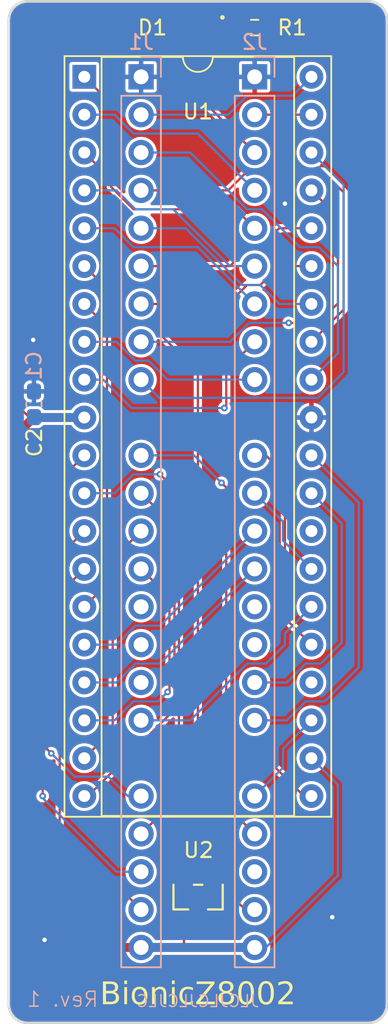
<source format=kicad_pcb>
(kicad_pcb (version 20241229) (generator "pcbnew") (generator_version "9.0")
  (title_block (title "BionicZ8002") (date "2025-12-24") (rev "1") (company "Tadashi G. Takaoka"))
  (layers (0 "F.Cu" signal) (2 "B.Cu" signal) (13 "F.Paste" user) (15 "B.Paste" user) (5 "F.SilkS" user "F.Silkscreen") (7 "B.SilkS" user "B.Silkscreen") (1 "F.Mask" user) (3 "B.Mask" user) (25 "Edge.Cuts" user))
  (net 0 "")
  (net 1 "GND")
  (net 2 "VCC")
  (net 3 "Net-(D1-K)")
  (net 4 "N{slash}~{S}")
  (net 5 "AD4")
  (net 6 "Net-(J2-P57)")
  (net 7 "AD2")
  (net 8 "ST3")
  (net 9 "~{NMI}")
  (net 11 "AD3")
  (net 14 "AD7")
  (net 15 "AD0")
  (net 16 "ST0")
  (net 17 "AD5")
  (net 18 "AD1")
  (net 19 "~{VI}")
  (net 20 "ST2")
  (net 21 "ST1")
  (net 22 "AD6")
  (net 23 "~{RESET}")
  (net 24 "~{NVI}")
  (net 25 "CLOCK")
  (net 26 "AD12")
  (net 27 "AD10")
  (net 28 "~{AS}")
  (net 29 "AD8")
  (net 31 "AD13")
  (net 32 "B{slash}~{W}")
  (net 34 "~{STOP}")
  (net 35 "AD14")
  (net 36 "AD11")
  (net 38 "~{WAIT}")
  (net 39 "AD15")
  (net 40 "AD9")
  (net 41 "~{MREQ}")
  (net 42 "R{slash}~{W}")
  (net 43 "~{DS}")
  (net 45 "Net-(U1-~{MI})")
  (footprint "bionic:DIP-40_W15.24mm_Socket" (layer "F.Cu") (at 106.08 75.08)
    (property "Reference" "U1" (at 7.62 2.3368 0) (layer "F.SilkS"))
    (property "Value" "Z8002")
    (fp_line (start -1.33 -1.39) (end -1.33 49.65) (stroke (width 0.12)) (layer "F.SilkS"))
    (fp_line (start -1.33 49.65) (end 16.57 49.65) (stroke (width 0.12)) (layer "F.SilkS"))
    (fp_line (start 1.16 -1.33) (end 1.16 49.59) (stroke (width 0.12)) (layer "F.SilkS"))
    (fp_line (start 1.16 49.59) (end 14.08 49.59) (stroke (width 0.12)) (layer "F.SilkS"))
    (fp_line (start 6.62 -1.33) (end 1.16 -1.33) (stroke (width 0.12)) (layer "F.SilkS"))
    (fp_line (start 14.08 -1.33) (end 8.62 -1.33) (stroke (width 0.12)) (layer "F.SilkS"))
    (fp_line (start 14.08 49.59) (end 14.08 -1.33) (stroke (width 0.12)) (layer "F.SilkS"))
    (fp_line (start 16.57 -1.39) (end -1.33 -1.39) (stroke (width 0.12)) (layer "F.SilkS"))
    (fp_line (start 16.57 49.65) (end 16.57 -1.39) (stroke (width 0.12)) (layer "F.SilkS"))
    (fp_arc (start 8.62 -1.33) (mid 7.62 -0.33) (end 6.62 -1.33) (stroke (width 0.12)) (layer "F.SilkS"))
    (pad "1" thru_hole rect (at 0 0) (size 1.6 1.6) (drill 0.8) (layers "*.Cu" "*.Mask") (net 40 "AD9"))
    (pad "2" thru_hole oval (at 0 2.54) (size 1.6 1.6) (drill 0.8) (layers "*.Cu" "*.Mask") (net 27 "AD10"))
    (pad "3" thru_hole oval (at 0 5.08) (size 1.6 1.6) (drill 0.8) (layers "*.Cu" "*.Mask") (net 36 "AD11"))
    (pad "4" thru_hole oval (at 0 7.62) (size 1.6 1.6) (drill 0.8) (layers "*.Cu" "*.Mask") (net 26 "AD12"))
    (pad "5" thru_hole oval (at 0 10.16) (size 1.6 1.6) (drill 0.8) (layers "*.Cu" "*.Mask") (net 31 "AD13"))
    (pad "6" thru_hole oval (at 0 12.7) (size 1.6 1.6) (drill 0.8) (layers "*.Cu" "*.Mask") (net 34 "~{STOP}"))
    (pad "7" thru_hole oval (at 0 15.24) (size 1.6 1.6) (drill 0.8) (layers "*.Cu" "*.Mask") (net 45 "Net-(U1-~{MI})"))
    (pad "8" thru_hole oval (at 0 17.78) (size 1.6 1.6) (drill 0.8) (layers "*.Cu" "*.Mask") (net 39 "AD15"))
    (pad "9" thru_hole oval (at 0 20.32) (size 1.6 1.6) (drill 0.8) (layers "*.Cu" "*.Mask") (net 35 "AD14"))
    (pad "10" thru_hole oval (at 0 22.86) (size 1.6 1.6) (drill 0.8) (layers "*.Cu" "*.Mask") (net 2 "VCC"))
    (pad "11" thru_hole oval (at 0 25.4) (size 1.6 1.6) (drill 0.8) (layers "*.Cu" "*.Mask") (net 19 "~{VI}"))
    (pad "12" thru_hole oval (at 0 27.94) (size 1.6 1.6) (drill 0.8) (layers "*.Cu" "*.Mask") (net 24 "~{NVI}"))
    (pad "13" thru_hole oval (at 0 30.48) (size 1.6 1.6) (drill 0.8) (layers "*.Cu" "*.Mask") (net 9 "~{NMI}"))
    (pad "14" thru_hole oval (at 0 33.02) (size 1.6 1.6) (drill 0.8) (layers "*.Cu" "*.Mask") (net 23 "~{RESET}"))
    (pad "15" thru_hole oval (at 0 35.56) (size 1.6 1.6) (drill 0.8) (layers "*.Cu" "*.Mask") (net 45 "Net-(U1-~{MI})"))
    (pad "16" thru_hole oval (at 0 38.1) (size 1.6 1.6) (drill 0.8) (layers "*.Cu" "*.Mask") (net 41 "~{MREQ}"))
    (pad "17" thru_hole oval (at 0 40.64) (size 1.6 1.6) (drill 0.8) (layers "*.Cu" "*.Mask") (net 43 "~{DS}"))
    (pad "18" thru_hole oval (at 0 43.18) (size 1.6 1.6) (drill 0.8) (layers "*.Cu" "*.Mask") (net 8 "ST3"))
    (pad "19" thru_hole oval (at 0 45.72) (size 1.6 1.6) (drill 0.8) (layers "*.Cu" "*.Mask") (net 20 "ST2"))
    (pad "20" thru_hole oval (at 0 48.26) (size 1.6 1.6) (drill 0.8) (layers "*.Cu" "*.Mask") (net 21 "ST1"))
    (pad "21" thru_hole oval (at 15.24 48.26) (size 1.6 1.6) (drill 0.8) (layers "*.Cu" "*.Mask") (net 16 "ST0"))
    (pad "22" thru_hole oval (at 15.24 45.72) (size 1.6 1.6) (drill 0.8) (layers "*.Cu" "*.Mask") (net 2 "VCC"))
    (pad "23" thru_hole oval (at 15.24 43.18) (size 1.6 1.6) (drill 0.8) (layers "*.Cu" "*.Mask") (net 38 "~{WAIT}"))
    (pad "24" thru_hole oval (at 15.24 40.64) (size 1.6 1.6) (drill 0.8) (layers "*.Cu" "*.Mask"))
    (pad "25" thru_hole oval (at 15.24 38.1) (size 1.6 1.6) (drill 0.8) (layers "*.Cu" "*.Mask") (net 42 "R{slash}~{W}"))
    (pad "26" thru_hole oval (at 15.24 35.56) (size 1.6 1.6) (drill 0.8) (layers "*.Cu" "*.Mask") (net 4 "N{slash}~{S}"))
    (pad "27" thru_hole oval (at 15.24 33.02) (size 1.6 1.6) (drill 0.8) (layers "*.Cu" "*.Mask") (net 32 "B{slash}~{W}"))
    (pad "28" thru_hole oval (at 15.24 30.48) (size 1.6 1.6) (drill 0.8) (layers "*.Cu" "*.Mask"))
    (pad "29" thru_hole oval (at 15.24 27.94) (size 1.6 1.6) (drill 0.8) (layers "*.Cu" "*.Mask") (net 28 "~{AS}"))
    (pad "30" thru_hole oval (at 15.24 25.4) (size 1.6 1.6) (drill 0.8) (layers "*.Cu" "*.Mask") (net 25 "CLOCK"))
    (pad "31" thru_hole oval (at 15.24 22.86) (size 1.6 1.6) (drill 0.8) (layers "*.Cu" "*.Mask") (net 1 "GND"))
    (pad "32" thru_hole oval (at 15.24 20.32) (size 1.6 1.6) (drill 0.8) (layers "*.Cu" "*.Mask") (net 18 "AD1"))
    (pad "33" thru_hole oval (at 15.24 17.78) (size 1.6 1.6) (drill 0.8) (layers "*.Cu" "*.Mask") (net 7 "AD2"))
    (pad "34" thru_hole oval (at 15.24 15.24) (size 1.6 1.6) (drill 0.8) (layers "*.Cu" "*.Mask") (net 11 "AD3"))
    (pad "35" thru_hole oval (at 15.24 12.7) (size 1.6 1.6) (drill 0.8) (layers "*.Cu" "*.Mask") (net 17 "AD5"))
    (pad "36" thru_hole oval (at 15.24 10.16) (size 1.6 1.6) (drill 0.8) (layers "*.Cu" "*.Mask") (net 5 "AD4"))
    (pad "37" thru_hole oval (at 15.24 7.62) (size 1.6 1.6) (drill 0.8) (layers "*.Cu" "*.Mask") (net 22 "AD6"))
    (pad "38" thru_hole oval (at 15.24 5.08) (size 1.6 1.6) (drill 0.8) (layers "*.Cu" "*.Mask") (net 14 "AD7"))
    (pad "39" thru_hole oval (at 15.24 2.54) (size 1.6 1.6) (drill 0.8) (layers "*.Cu" "*.Mask") (net 29 "AD8"))
    (pad "40" thru_hole oval (at 15.24 0) (size 1.6 1.6) (drill 0.8) (layers "*.Cu" "*.Mask") (net 15 "AD0"))
  )
  (footprint "Capacitor_SMD:C_0603_1608Metric_Pad1.08x0.95mm_HandSolder" (layer "F.Cu") (at 102.7018 97.0521 90)
    (property "Reference" "C2" (at -2.5665 0.0254 90) (layer "F.SilkS"))
    (property "Value" "2.2u")
    (fp_line (start -0.146267 -0.51) (end 0.146267 -0.51) (stroke (width 0.12)) (layer "F.SilkS"))
    (fp_line (start -0.146267 0.51) (end 0.146267 0.51) (stroke (width 0.12)) (layer "F.SilkS"))
    (pad "1" smd roundrect (at -0.8625 0 90) (size 1.075 0.95) (layers "F.Cu" "F.Mask" "F.Paste") (net 2 "VCC"))
    (pad "2" smd roundrect (at 0.8625 0 90) (size 1.075 0.95) (layers "F.Cu" "F.Mask" "F.Paste") (net 1 "GND"))
  )
  (footprint "rhom:LED_CSL1901UW1_ROM-M" (layer "F.Cu") (at 113.7 71.778 180)
    (property "Reference" "D1" (at 3.048 0 0) (layer "F.SilkS"))
    (property "Value" "CSL1901UW1")
    (fp_circle (center -1.651 0.6858) (end -1.5748 0.6858) (stroke (width 0.1524)) (fill no) (layer "F.SilkS"))
    (pad "1" smd rect (at -0.8763 0 180) (size 0.9652 0.762) (layers "F.Cu" "F.Mask" "F.Paste") (net 3 "Net-(D1-K)"))
    (pad "2" smd rect (at 0.8763 0 180) (size 0.9652 0.762) (layers "F.Cu" "F.Mask" "F.Paste") (net 2 "VCC"))
    (zone (net 0) (net_name "") (layer "F.Cu") (connect_pads (clearance 0)) (min_thickness 0.254)
      (keepout (tracks not_allowed) (vias not_allowed) (pads allowed) (copperpour not_allowed) (footprints allowed))
      (fill (thermal_gap 0.508) (thermal_bridge_width 0.508))
      (polygon (pts (xy 114.0429 72.1336) (xy 113.3571 72.1336) (xy 113.3571 71.4224) (xy 114.0429 71.4224)))
    )
  )
  (footprint "Resistor_SMD:R_0603_1608Metric_Pad0.98x0.95mm_HandSolder" (layer "F.Cu") (at 117.51 71.778)
    (property "Reference" "R1" (at 2.5127 0 0) (layer "F.SilkS"))
    (property "Value" "1.6k")
    (fp_line (start -0.254724 -0.5225) (end 0.254724 -0.5225) (stroke (width 0.12)) (layer "F.SilkS"))
    (fp_line (start -0.254724 0.5225) (end 0.254724 0.5225) (stroke (width 0.12)) (layer "F.SilkS"))
    (pad "1" smd roundrect (at -0.9125 0) (size 0.975 0.95) (layers "F.Cu" "F.Mask" "F.Paste") (net 3 "Net-(D1-K)"))
    (pad "2" smd roundrect (at 0.9125 0) (size 0.975 0.95) (layers "F.Cu" "F.Mask" "F.Paste") (net 1 "GND"))
  )
  (footprint "microchip:SOT-23_MC_MCH-M" (layer "F.Cu") (at 113.7152 130.121 180)
    (property "Reference" "U2" (at -0.0254 3.1496 0) (layer "F.SilkS"))
    (property "Value" "11AA010-I/TT")
    (fp_line (start 1.652 0.827) (end 1.652 -0.827) (stroke (width 0.1524)) (layer "F.SilkS"))
    (fp_line (start 1.652 -0.827) (end 0.66294 -0.827) (stroke (width 0.1524)) (layer "F.SilkS"))
    (fp_line (start -0.287061 0.827) (end 0.287061 0.827) (stroke (width 0.1524)) (layer "F.SilkS"))
    (fp_line (start -0.66294 -0.827) (end -1.652 -0.827) (stroke (width 0.1524)) (layer "F.SilkS"))
    (fp_line (start -1.652 -0.827) (end -1.652 0.827) (stroke (width 0.1524)) (layer "F.SilkS"))
    (pad "1" smd rect (at -0.950001 1.066 180) (size 0.6604 1.6256) (layers "F.Cu" "F.Mask" "F.Paste") (net 6 "Net-(J2-P57)"))
    (pad "2" smd rect (at 0.950001 1.066 180) (size 0.6604 1.6256) (layers "F.Cu" "F.Mask" "F.Paste") (net 2 "VCC"))
    (pad "3" smd rect (at 0 -1.066 180) (size 0.6604 1.6256) (layers "F.Cu" "F.Mask" "F.Paste") (net 1 "GND"))
  )
  (footprint "Capacitor_SMD:C_0603_1608Metric_Pad1.08x0.95mm_HandSolder" (layer "B.Cu") (at 102.7018 97.0521 90)
    (property "Reference" "C1" (at 2.5908 0 90) (layer "B.SilkS") (effects (justify mirror)))
    (property "Value" "0.1u")
    (fp_line (start 0.146267 -0.51) (end -0.146267 -0.51) (stroke (width 0.12)) (layer "B.SilkS"))
    (fp_line (start 0.146267 0.51) (end -0.146267 0.51) (stroke (width 0.12)) (layer "B.SilkS"))
    (pad "1" smd roundrect (at -0.8625 0 90) (size 1.075 0.95) (layers "B.Cu" "B.Mask" "B.Paste") (net 2 "VCC"))
    (pad "2" smd roundrect (at 0.8625 0 90) (size 1.075 0.95) (layers "B.Cu" "B.Mask" "B.Paste") (net 1 "GND"))
  )
  (footprint "bionic:Bionic-P245_THT" (layer "B.Cu") (at 117.51 75.08 180)
    (property "Reference" "J2" (at 0 2.33 0) (layer "B.SilkS") (effects (justify mirror)))
    (property "Value" "Bionic-P245")
    (fp_line (start 1.33 -1.27) (end 1.33 -59.75) (stroke (width 0.12)) (layer "B.SilkS"))
    (fp_line (start -1.33 1.33) (end 0 1.33) (stroke (width 0.12)) (layer "B.SilkS"))
    (fp_line (start -1.33 0) (end -1.33 1.33) (stroke (width 0.12)) (layer "B.SilkS"))
    (fp_line (start -1.33 -1.27) (end 1.33 -1.27) (stroke (width 0.12)) (layer "B.SilkS"))
    (fp_line (start -1.33 -1.27) (end -1.33 -59.75) (stroke (width 0.12)) (layer "B.SilkS"))
    (fp_line (start -1.33 -59.75) (end 1.33 -59.75) (stroke (width 0.12)) (layer "B.SilkS"))
    (pad "25" thru_hole oval (at 0 -58.42 180) (size 1.7 1.7) (drill 1) (layers "*.Cu" "*.Mask") (net 2 "VCC"))
    (pad "26" thru_hole oval (at 0 -55.88 180) (size 1.7 1.7) (drill 1) (layers "*.Cu" "*.Mask") (net 6 "Net-(J2-P57)"))
    (pad "27" thru_hole oval (at 0 -53.34 180) (size 1.7 1.7) (drill 1) (layers "*.Cu" "*.Mask"))
    (pad "28" thru_hole oval (at 0 -50.8 180) (size 1.7 1.7) (drill 1) (layers "*.Cu" "*.Mask") (net 34 "~{STOP}"))
    (pad "29" thru_hole oval (at 0 -48.26 180) (size 1.7 1.7) (drill 1) (layers "*.Cu" "*.Mask") (net 38 "~{WAIT}"))
    (pad "31" thru_hole oval (at 0 -43.18 180) (size 1.7 1.7) (drill 1) (layers "*.Cu" "*.Mask") (net 25 "CLOCK"))
    (pad "32" thru_hole oval (at 0 -40.64 180) (size 1.7 1.7) (drill 1) (layers "*.Cu" "*.Mask") (net 28 "~{AS}"))
    (pad "33" thru_hole oval (at 0 -38.1 180) (size 1.7 1.7) (drill 1) (layers "*.Cu" "*.Mask"))
    (pad "34" thru_hole oval (at 0 -35.56 180) (size 1.7 1.7) (drill 1) (layers "*.Cu" "*.Mask"))
    (pad "35" thru_hole oval (at 0 -33.02 180) (size 1.7 1.7) (drill 1) (layers "*.Cu" "*.Mask") (net 43 "~{DS}"))
    (pad "36" thru_hole oval (at 0 -30.48 180) (size 1.7 1.7) (drill 1) (layers "*.Cu" "*.Mask") (net 41 "~{MREQ}"))
    (pad "37" thru_hole oval (at 0 -27.94 180) (size 1.7 1.7) (drill 1) (layers "*.Cu" "*.Mask") (net 32 "B{slash}~{W}"))
    (pad "38" thru_hole oval (at 0 -25.4 180) (size 1.7 1.7) (drill 1) (layers "*.Cu" "*.Mask") (net 42 "R{slash}~{W}"))
    (pad "40" thru_hole oval (at 0 -20.32 180) (size 1.7 1.7) (drill 1) (layers "*.Cu" "*.Mask") (net 39 "AD15"))
    (pad "41" thru_hole oval (at 0 -17.78 180) (size 1.7 1.7) (drill 1) (layers "*.Cu" "*.Mask") (net 35 "AD14"))
    (pad "42" thru_hole oval (at 0 -15.24 180) (size 1.7 1.7) (drill 1) (layers "*.Cu" "*.Mask") (net 31 "AD13"))
    (pad "43" thru_hole oval (at 0 -12.7 180) (size 1.7 1.7) (drill 1) (layers "*.Cu" "*.Mask") (net 26 "AD12"))
    (pad "44" thru_hole oval (at 0 -10.16 180) (size 1.7 1.7) (drill 1) (layers "*.Cu" "*.Mask") (net 36 "AD11"))
    (pad "45" thru_hole oval (at 0 -7.62 180) (size 1.7 1.7) (drill 1) (layers "*.Cu" "*.Mask") (net 27 "AD10"))
    (pad "46" thru_hole oval (at 0 -5.08 180) (size 1.7 1.7) (drill 1) (layers "*.Cu" "*.Mask") (net 40 "AD9"))
    (pad "47" thru_hole oval (at 0 -2.54 180) (size 1.7 1.7) (drill 1) (layers "*.Cu" "*.Mask") (net 29 "AD8"))
    (pad "48" thru_hole rect (at 0 0 180) (size 1.7 1.7) (drill 1) (layers "*.Cu" "*.Mask") (net 1 "GND"))
  )
  (footprint "bionic:Bionic-P135_THT" (layer "B.Cu") (at 109.89 75.08 180)
    (property "Reference" "J1" (at 0 2.33 0) (layer "B.SilkS") (effects (justify mirror)))
    (property "Value" "Bionic-P135")
    (fp_line (start 1.33 -1.27) (end 1.33 -59.75) (stroke (width 0.12)) (layer "B.SilkS"))
    (fp_line (start -1.33 1.33) (end 0 1.33) (stroke (width 0.12)) (layer "B.SilkS"))
    (fp_line (start -1.33 0) (end -1.33 1.33) (stroke (width 0.12)) (layer "B.SilkS"))
    (fp_line (start -1.33 -1.27) (end 1.33 -1.27) (stroke (width 0.12)) (layer "B.SilkS"))
    (fp_line (start -1.33 -1.27) (end -1.33 -59.75) (stroke (width 0.12)) (layer "B.SilkS"))
    (fp_line (start -1.33 -59.75) (end 1.33 -59.75) (stroke (width 0.12)) (layer "B.SilkS"))
    (pad "1" thru_hole rect (at 0 0 180) (size 1.7 1.7) (drill 1) (layers "*.Cu" "*.Mask") (net 1 "GND"))
    (pad "2" thru_hole oval (at 0 -2.54 180) (size 1.7 1.7) (drill 1) (layers "*.Cu" "*.Mask") (net 15 "AD0"))
    (pad "3" thru_hole oval (at 0 -5.08 180) (size 1.7 1.7) (drill 1) (layers "*.Cu" "*.Mask") (net 18 "AD1"))
    (pad "4" thru_hole oval (at 0 -7.62 180) (size 1.7 1.7) (drill 1) (layers "*.Cu" "*.Mask") (net 7 "AD2"))
    (pad "5" thru_hole oval (at 0 -10.16 180) (size 1.7 1.7) (drill 1) (layers "*.Cu" "*.Mask") (net 11 "AD3"))
    (pad "6" thru_hole oval (at 0 -12.7 180) (size 1.7 1.7) (drill 1) (layers "*.Cu" "*.Mask") (net 5 "AD4"))
    (pad "7" thru_hole oval (at 0 -15.24 180) (size 1.7 1.7) (drill 1) (layers "*.Cu" "*.Mask") (net 17 "AD5"))
    (pad "8" thru_hole oval (at 0 -17.78 180) (size 1.7 1.7) (drill 1) (layers "*.Cu" "*.Mask") (net 22 "AD6"))
    (pad "9" thru_hole oval (at 0 -20.32 180) (size 1.7 1.7) (drill 1) (layers "*.Cu" "*.Mask") (net 14 "AD7"))
    (pad "11" thru_hole oval (at 0 -25.4 180) (size 1.7 1.7) (drill 1) (layers "*.Cu" "*.Mask") (net 16 "ST0"))
    (pad "12" thru_hole oval (at 0 -27.94 180) (size 1.7 1.7) (drill 1) (layers "*.Cu" "*.Mask") (net 21 "ST1"))
    (pad "13" thru_hole oval (at 0 -30.48 180) (size 1.7 1.7) (drill 1) (layers "*.Cu" "*.Mask") (net 20 "ST2"))
    (pad "14" thru_hole oval (at 0 -33.02 180) (size 1.7 1.7) (drill 1) (layers "*.Cu" "*.Mask") (net 8 "ST3"))
    (pad "15" thru_hole oval (at 0 -35.56 180) (size 1.7 1.7) (drill 1) (layers "*.Cu" "*.Mask"))
    (pad "16" thru_hole oval (at 0 -38.1 180) (size 1.7 1.7) (drill 1) (layers "*.Cu" "*.Mask"))
    (pad "17" thru_hole oval (at 0 -40.64 180) (size 1.7 1.7) (drill 1) (layers "*.Cu" "*.Mask"))
    (pad "18" thru_hole oval (at 0 -43.18 180) (size 1.7 1.7) (drill 1) (layers "*.Cu" "*.Mask") (net 4 "N{slash}~{S}"))
    (pad "20" thru_hole oval (at 0 -48.26 180) (size 1.7 1.7) (drill 1) (layers "*.Cu" "*.Mask") (net 9 "~{NMI}"))
    (pad "21" thru_hole oval (at 0 -50.8 180) (size 1.7 1.7) (drill 1) (layers "*.Cu" "*.Mask") (net 24 "~{NVI}"))
    (pad "22" thru_hole oval (at 0 -53.34 180) (size 1.7 1.7) (drill 1) (layers "*.Cu" "*.Mask") (net 19 "~{VI}"))
    (pad "23" thru_hole oval (at 0 -55.88 180) (size 1.7 1.7) (drill 1) (layers "*.Cu" "*.Mask") (net 23 "~{RESET}"))
    (pad "24" thru_hole oval (at 0 -58.42 180) (size 1.7 1.7) (drill 1) (layers "*.Cu" "*.Mask") (net 2 "VCC"))
  )
  (gr_arc (start 125.13 70) (mid 126.028026 70.371974) (end 126.4 71.27) (stroke (width 0.15)) (layer "Edge.Cuts"))
  (gr_arc (start 126.4 137.31) (mid 126.028026 138.208026) (end 125.13 138.58) (stroke (width 0.15)) (layer "Edge.Cuts"))
  (gr_arc (start 101 71.27) (mid 101.371974 70.371974) (end 102.27 70) (stroke (width 0.15)) (layer "Edge.Cuts"))
  (gr_line (start 126.4 71.27) (end 126.4 137.31) (stroke (width 0.15)) (layer "Edge.Cuts"))
  (gr_arc (start 102.27 138.58) (mid 101.371974 138.208026) (end 101 137.31) (stroke (width 0.15)) (layer "Edge.Cuts"))
  (gr_line (start 125.13 138.58) (end 102.27 138.58) (stroke (width 0.15)) (layer "Edge.Cuts"))
  (gr_line (start 101 137.31) (end 101 71.27) (stroke (width 0.15)) (layer "Edge.Cuts"))
  (gr_line (start 102.27 70) (end 125.13 70) (stroke (width 0.15)) (layer "Edge.Cuts"))
  (gr_text "BionicZ8002" (at 113.7 137.564 0) (layer "F.SilkS") (effects (font (size 1.5 1.5)) (justify bottom)))
  (gr_text "Rev. 1" (at 107.096 137.564 -0) (layer "B.SilkS") (effects (font (size 1 1) (thickness 0.1)) (justify left bottom mirror)))
  (gr_text "JLCJLCJLCJLC" (at 113.7 137.564 -0) (layer "B.SilkS") (effects (font (size 0.8 0.8) (thickness 0.1)) (justify bottom mirror)))
  (via (at 102.651 92.733) (size 0.6) (drill 0.3) (layers "F.Cu" "B.Cu") (net 1))
  (via (at 103.413 132.992) (size 0.6) (drill 0.3) (layers "F.Cu" "B.Cu") (net 1))
  (via (at 122.717 131.468) (size 0.6) (drill 0.3) (layers "F.Cu" "B.Cu") (net 1))
  (via (at 119.542 83.589) (size 0.6) (drill 0.3) (layers "F.Cu" "B.Cu") (net 1))
  (segment (start 101.838 97.3812) (end 102.372 97.9146) (width 0.15) (layer "F.Cu") (net 2))
  (segment (start 109.9108 133.5) (end 109.89 133.5) (width 0.6) (layer "F.Cu") (net 2))
  (segment (start 112.735 133.5) (end 109.89 133.5) (width 0.6) (layer "F.Cu") (net 2))
  (segment (start 107.35 133.5) (end 102.0668 128.2168) (width 0.6) (layer "F.Cu") (net 2))
  (segment (start 112.7652 129.055) (end 112.765 129.055) (width 0.6) (layer "F.Cu") (net 2))
  (segment (start 102.0668 98.5496) (end 102.6764 97.94) (width 0.6) (layer "F.Cu") (net 2))
  (segment (start 102.7018 97.9146) (end 102.702 97.9146) (width 0.15) (layer "F.Cu") (net 2))
  (segment (start 112.765199 129.055) (end 112.765199 133.469801) (width 0.15) (layer "F.Cu") (net 2))
  (segment (start 101.635 97.1782) (end 101.838 97.3812) (width 0.15) (layer "F.Cu") (net 2))
  (segment (start 102.6764 97.94) (end 106.08 97.94) (width 0.6) (layer "F.Cu") (net 2))
  (segment (start 112.8237 71.778) (end 104.454 71.778) (width 0.15) (layer "F.Cu") (net 2))
  (segment (start 117.51 133.5) (end 112.735 133.5) (width 0.6) (layer "F.Cu") (net 2))
  (segment (start 104.454 71.778) (end 101.838 74.3942) (width 0.15) (layer "F.Cu") (net 2))
  (segment (start 109.89 133.5) (end 107.35 133.5) (width 0.6) (layer "F.Cu") (net 2))
  (segment (start 102.372 97.9146) (end 102.7018 97.9146) (width 0.15) (layer "F.Cu") (net 2))
  (segment (start 101.635 74.5972) (end 101.635 97.1782) (width 0.15) (layer "F.Cu") (net 2))
  (segment (start 102.0668 128.2168) (end 102.0668 98.5496) (width 0.6) (layer "F.Cu") (net 2))
  (segment (start 112.765199 133.469801) (end 112.735 133.5) (width 0.15) (layer "F.Cu") (net 2))
  (segment (start 112.824 71.778) (end 112.8237 71.778) (width 0.15) (layer "F.Cu") (net 2))
  (segment (start 102.7272 97.94) (end 102.7018 97.9146) (width 0.15) (layer "F.Cu") (net 2))
  (segment (start 101.838 74.3942) (end 101.635 74.5972) (width 0.15) (layer "F.Cu") (net 2))
  (segment (start 117.4846 133.5) (end 109.9108 133.5) (width 0.6) (layer "B.Cu") (net 2))
  (segment (start 106.08 97.94) (end 103.135 97.94) (width 0.6) (layer "B.Cu") (net 2))
  (segment (start 102.7018 97.9146) (end 103.1097 97.9146) (width 0.6) (layer "B.Cu") (net 2))
  (segment (start 123.098 128.674) (end 118.272 133.5) (width 0.15) (layer "B.Cu") (net 2))
  (segment (start 103.135 97.94) (end 103.134 97.9389) (width 0.6) (layer "B.Cu") (net 2))
  (segment (start 121.32 120.8) (end 123.098 122.578) (width 0.15) (layer "B.Cu") (net 2))
  (segment (start 103.1097 97.9146) (end 103.134 97.9389) (width 0.6) (layer "B.Cu") (net 2))
  (segment (start 102.7018 97.9146) (end 102.702 97.9146) (width 0.6) (layer "B.Cu") (net 2))
  (segment (start 123.098 122.578) (end 123.098 128.674) (width 0.15) (layer "B.Cu") (net 2))
  (segment (start 118.272 133.5) (end 117.4846 133.5) (width 0.15) (layer "B.Cu") (net 2))
  (segment (start 114.5763 71.778) (end 116.5975 71.778) (width 0.15) (layer "F.Cu") (net 3))
  (segment (start 121.32 110.64) (end 119.542 112.418) (width 0.15) (layer "B.Cu") (net 4))
  (segment (start 117.002 114.45) (end 113.192 118.26) (width 0.15) (layer "B.Cu") (net 4))
  (segment (start 119.542 112.418) (end 119.542 113.18) (width 0.15) (layer "B.Cu") (net 4))
  (segment (start 119.542 113.18) (end 118.272 114.45) (width 0.15) (layer "B.Cu") (net 4))
  (segment (start 118.272 114.45) (end 117.002 114.45) (width 0.15) (layer "B.Cu") (net 4))
  (segment (start 113.192 118.26) (end 109.89 118.26) (width 0.15) (layer "B.Cu") (net 4))
  (segment (start 121.32 85.24) (end 119.161 85.24) (width 0.15) (layer "F.Cu") (net 5))
  (segment (start 119.161 85.24) (end 117.891 86.51) (width 0.15) (layer "F.Cu") (net 5))
  (segment (start 117.891 86.51) (end 117.129 86.51) (width 0.15) (layer "F.Cu") (net 5))
  (segment (start 117.129 86.51) (end 115.859 87.78) (width 0.15) (layer "F.Cu") (net 5))
  (segment (start 115.859 87.78) (end 109.89 87.78) (width 0.15) (layer "F.Cu") (net 5))
  (segment (start 117.51 130.96) (end 116.875 130.96) (width 0.15) (layer "F.Cu") (net 6))
  (segment (start 114.97 129.055) (end 114.6652 129.055) (width 0.15) (layer "F.Cu") (net 6))
  (segment (start 116.875 130.96) (end 114.97 129.055) (width 0.15) (layer "F.Cu") (net 6))
  (segment (start 115.732 82.7) (end 117.002 81.43) (width 0.15) (layer "F.Cu") (net 7))
  (segment (start 109.89 82.7) (end 115.732 82.7) (width 0.15) (layer "F.Cu") (net 7))
  (segment (start 123.479 82.827) (end 123.479 90.701) (width 0.15) (layer "F.Cu") (net 7))
  (segment (start 122.082 81.43) (end 123.479 82.827) (width 0.15) (layer "F.Cu") (net 7))
  (segment (start 117.002 81.43) (end 122.082 81.43) (width 0.15) (layer "F.Cu") (net 7))
  (segment (start 123.479 90.701) (end 121.32 92.86) (width 0.15) (layer "F.Cu") (net 7))
  (segment (start 111.668 116.355) (end 111.795 116.228) (width 0.15) (layer "F.Cu") (net 8))
  (segment (start 111.795 110.005) (end 109.89 108.1) (width 0.15) (layer "F.Cu") (net 8))
  (segment (start 111.795 116.228) (end 111.795 110.005) (width 0.15) (layer "F.Cu") (net 8))
  (via (at 111.668 116.355) (size 0.45) (drill 0.2) (layers "F.Cu" "B.Cu") (net 8))
  (segment (start 108.112 118.26) (end 106.08 118.26) (width 0.15) (layer "B.Cu") (net 8))
  (segment (start 111.033 116.99) (end 109.382 116.99) (width 0.15) (layer "B.Cu") (net 8))
  (segment (start 111.668 116.355) (end 111.033 116.99) (width 0.15) (layer "B.Cu") (net 8))
  (segment (start 109.382 116.99) (end 108.112 118.26) (width 0.15) (layer "B.Cu") (net 8))
  (segment (start 103.587 120.1948) (end 103.587 108.053) (width 0.15) (layer "F.Cu") (net 9))
  (segment (start 103.587 108.053) (end 106.08 105.56) (width 0.15) (layer "F.Cu") (net 9))
  (segment (start 103.8661 120.4739) (end 103.587 120.1948) (width 0.15) (layer "F.Cu") (net 9))
  (via (at 103.8661 120.4739) (size 0.45) (drill 0.2) (layers "F.Cu" "B.Cu") (net 9))
  (segment (start 109.001 123.34) (end 109.89 123.34) (width 0.15) (layer "B.Cu") (net 9))
  (segment (start 105.4312 122.039) (end 107.7 122.039) (width 0.15) (layer "B.Cu") (net 9))
  (segment (start 107.7 122.039) (end 109.001 123.34) (width 0.15) (layer "B.Cu") (net 9))
  (segment (start 103.8661 120.4739) (end 105.4312 122.039) (width 0.15) (layer "B.Cu") (net 9))
  (segment (start 117.891 89.05) (end 116.6845 89.05) (width 0.15) (layer "B.Cu") (net 11))
  (segment (start 112.8745 85.24) (end 109.89 85.24) (width 0.15) (layer "B.Cu") (net 11))
  (segment (start 119.161 90.32) (end 117.891 89.05) (width 0.15) (layer "B.Cu") (net 11))
  (segment (start 121.32 90.32) (end 119.161 90.32) (width 0.15) (layer "B.Cu") (net 11))
  (segment (start 116.6845 89.05) (end 112.8745 85.24) (width 0.15) (layer "B.Cu") (net 11))
  (segment (start 123.479 94.892) (end 121.748 96.623) (width 0.15) (layer "B.Cu") (net 14))
  (segment (start 121.748 96.623) (end 111.113 96.623) (width 0.15) (layer "B.Cu") (net 14))
  (segment (start 121.32 80.16) (end 123.479 82.319) (width 0.15) (layer "B.Cu") (net 14))
  (segment (start 123.479 82.319) (end 123.479 94.892) (width 0.15) (layer "B.Cu") (net 14))
  (segment (start 111.113 96.623) (end 109.89 95.4) (width 0.15) (layer "B.Cu") (net 14))
  (segment (start 120.05 76.35) (end 117.002 76.35) (width 0.15) (layer "B.Cu") (net 15))
  (segment (start 121.32 75.08) (end 120.05 76.35) (width 0.15) (layer "B.Cu") (net 15))
  (segment (start 115.732 77.62) (end 109.89 77.62) (width 0.15) (layer "B.Cu") (net 15))
  (segment (start 117.002 76.35) (end 115.732 77.62) (width 0.15) (layer "B.Cu") (net 15))
  (segment (start 120.812 123.34) (end 121.32 123.34) (width 0.15) (layer "F.Cu") (net 16))
  (segment (start 115.605 118.133) (end 120.812 123.34) (width 0.15) (layer "F.Cu") (net 16))
  (segment (start 115.2875 102.3215) (end 115.605 102.639) (width 0.15) (layer "F.Cu") (net 16))
  (segment (start 115.605 102.639) (end 115.605 118.133) (width 0.15) (layer "F.Cu") (net 16))
  (via (at 115.2875 102.3215) (size 0.45) (drill 0.2) (layers "F.Cu" "B.Cu") (net 16))
  (segment (start 113.446 100.48) (end 109.89 100.48) (width 0.15) (layer "B.Cu") (net 16))
  (segment (start 115.2875 102.3215) (end 113.446 100.48) (width 0.15) (layer "B.Cu") (net 16))
  (segment (start 121.32 87.78) (end 119.161 87.78) (width 0.15) (layer "F.Cu") (net 17))
  (segment (start 115.732 90.32) (end 109.89 90.32) (width 0.15) (layer "F.Cu") (net 17))
  (segment (start 117.002 89.05) (end 115.732 90.32) (width 0.15) (layer "F.Cu") (net 17))
  (segment (start 119.161 87.78) (end 117.891 89.05) (width 0.15) (layer "F.Cu") (net 17))
  (segment (start 117.891 89.05) (end 117.002 89.05) (width 0.15) (layer "F.Cu") (net 17))
  (segment (start 113.192 80.16) (end 109.89 80.16) (width 0.15) (layer "B.Cu") (net 18))
  (segment (start 123.098 87.78) (end 121.828 86.51) (width 0.15) (layer "B.Cu") (net 18))
  (segment (start 123.098 93.622) (end 123.098 87.78) (width 0.15) (layer "B.Cu") (net 18))
  (segment (start 117.002 83.97) (end 113.192 80.16) (width 0.15) (layer "B.Cu") (net 18))
  (segment (start 121.32 95.4) (end 123.098 93.622) (width 0.15) (layer "B.Cu") (net 18))
  (segment (start 121.828 86.51) (end 120.556847 86.51) (width 0.15) (layer "B.Cu") (net 18))
  (segment (start 118.016847 83.97) (end 117.002 83.97) (width 0.15) (layer "B.Cu") (net 18))
  (segment (start 120.556847 86.51) (end 118.016847 83.97) (width 0.15) (layer "B.Cu") (net 18))
  (segment (start 103.286 123.34) (end 103.286 103.274) (width 0.15) (layer "F.Cu") (net 19))
  (segment (start 103.286 103.274) (end 106.08 100.48) (width 0.15) (layer "F.Cu") (net 19))
  (via (at 103.286 123.34) (size 0.45) (drill 0.2) (layers "F.Cu" "B.Cu") (net 19))
  (segment (start 103.286 123.467) (end 108.239 128.42) (width 0.15) (layer "B.Cu") (net 19))
  (segment (start 103.286 123.34) (end 103.286 123.467) (width 0.15) (layer "B.Cu") (net 19))
  (segment (start 108.239 128.42) (end 109.89 128.42) (width 0.15) (layer "B.Cu") (net 19))
  (segment (start 106.08 120.8) (end 107.985 118.895) (width 0.15) (layer "F.Cu") (net 20))
  (segment (start 107.985 107.465) (end 109.89 105.56) (width 0.15) (layer "F.Cu") (net 20))
  (segment (start 107.985 118.895) (end 107.985 107.465) (width 0.15) (layer "F.Cu") (net 20))
  (segment (start 112.129 117.542694) (end 106.331694 123.34) (width 0.15) (layer "F.Cu") (net 21))
  (segment (start 106.331694 123.34) (end 106.08 123.34) (width 0.15) (layer "F.Cu") (net 21))
  (segment (start 112.129 105.259) (end 112.129 117.542694) (width 0.15) (layer "F.Cu") (net 21))
  (segment (start 109.89 103.02) (end 112.129 105.259) (width 0.15) (layer "F.Cu") (net 21))
  (segment (start 123.098 84.478) (end 121.32 82.7) (width 0.15) (layer "F.Cu") (net 22))
  (segment (start 121.781 91.59) (end 123.098 90.273) (width 0.15) (layer "F.Cu") (net 22))
  (segment (start 123.098 90.273) (end 123.098 84.478) (width 0.15) (layer "F.Cu") (net 22))
  (segment (start 119.796 91.59) (end 121.781 91.59) (width 0.15) (layer "F.Cu") (net 22))
  (via (at 119.796 91.59) (size 0.45) (drill 0.2) (layers "F.Cu" "B.Cu") (net 22))
  (segment (start 115.859 92.86) (end 109.89 92.86) (width 0.15) (layer "B.Cu") (net 22))
  (segment (start 119.796 91.59) (end 117.129 91.59) (width 0.15) (layer "B.Cu") (net 22))
  (segment (start 117.129 91.59) (end 115.859 92.86) (width 0.15) (layer "B.Cu") (net 22))
  (segment (start 104.429 109.751) (end 104.429 125.499) (width 0.15) (layer "F.Cu") (net 23))
  (segment (start 106.08 108.1) (end 104.429 109.751) (width 0.15) (layer "F.Cu") (net 23))
  (segment (start 104.429 125.499) (end 109.89 130.96) (width 0.15) (layer "F.Cu") (net 23))
  (segment (start 112.43 123.34) (end 109.89 125.88) (width 0.15) (layer "F.Cu") (net 24))
  (segment (start 111.16 101.75) (end 112.43 103.02) (width 0.15) (layer "F.Cu") (net 24))
  (segment (start 112.43 103.02) (end 112.43 123.34) (width 0.15) (layer "F.Cu") (net 24))
  (via (at 111.16 101.75) (size 0.45) (drill 0.2) (layers "F.Cu" "B.Cu") (net 24))
  (segment (start 111.16 101.75) (end 109.382 101.75) (width 0.15) (layer "B.Cu") (net 24))
  (segment (start 109.382 101.75) (end 108.112 103.02) (width 0.15) (layer "B.Cu") (net 24))
  (segment (start 108.112 103.02) (end 106.08 103.02) (width 0.15) (layer "B.Cu") (net 24))
  (segment (start 124.495 103.655) (end 121.32 100.48) (width 0.15) (layer "B.Cu") (net 25))
  (segment (start 117.51 118.26) (end 119.669 118.26) (width 0.15) (layer "B.Cu") (net 25))
  (segment (start 119.669 118.26) (end 120.939 116.99) (width 0.15) (layer "B.Cu") (net 25))
  (segment (start 120.939 116.99) (end 122.209 116.99) (width 0.15) (layer "B.Cu") (net 25))
  (segment (start 122.209 116.99) (end 124.495 114.704) (width 0.15) (layer "B.Cu") (net 25))
  (segment (start 124.495 114.704) (end 124.495 103.655) (width 0.15) (layer "B.Cu") (net 25))
  (segment (start 117.51 87.78) (end 115.859 87.78) (width 0.15) (layer "B.Cu") (net 26))
  (segment (start 109.509 83.97) (end 108.239 82.7) (width 0.15) (layer "B.Cu") (net 26))
  (segment (start 112.049 83.97) (end 109.509 83.97) (width 0.15) (layer "B.Cu") (net 26))
  (segment (start 108.239 82.7) (end 106.08 82.7) (width 0.15) (layer "B.Cu") (net 26))
  (segment (start 115.859 87.78) (end 112.049 83.97) (width 0.15) (layer "B.Cu") (net 26))
  (segment (start 108.112 77.62) (end 109.382 78.89) (width 0.15) (layer "B.Cu") (net 27))
  (segment (start 106.08 77.62) (end 108.112 77.62) (width 0.15) (layer "B.Cu") (net 27))
  (segment (start 113.7 78.89) (end 117.51 82.7) (width 0.15) (layer "B.Cu") (net 27))
  (segment (start 109.382 78.89) (end 113.7 78.89) (width 0.15) (layer "B.Cu") (net 27))
  (segment (start 121.955 114.45) (end 123.352 113.053) (width 0.15) (layer "B.Cu") (net 28))
  (segment (start 117.51 115.72) (end 119.669 115.72) (width 0.15) (layer "B.Cu") (net 28))
  (segment (start 119.669 115.72) (end 120.939 114.45) (width 0.15) (layer "B.Cu") (net 28))
  (segment (start 123.352 113.053) (end 123.352 105.052) (width 0.15) (layer "B.Cu") (net 28))
  (segment (start 120.939 114.45) (end 121.955 114.45) (width 0.15) (layer "B.Cu") (net 28))
  (segment (start 123.352 105.052) (end 121.32 103.02) (width 0.15) (layer "B.Cu") (net 28))
  (segment (start 121.32 77.62) (end 117.51 77.62) (width 0.15) (layer "F.Cu") (net 29))
  (segment (start 106.08 85.24) (end 108.112 85.24) (width 0.15) (layer "B.Cu") (net 31))
  (segment (start 113.7 86.51) (end 117.51 90.32) (width 0.15) (layer "B.Cu") (net 31))
  (segment (start 109.382 86.51) (end 113.7 86.51) (width 0.15) (layer "B.Cu") (net 31))
  (segment (start 108.112 85.24) (end 109.382 86.51) (width 0.15) (layer "B.Cu") (net 31))
  (segment (start 117.51 103.02) (end 119.415 104.925) (width 0.15) (layer "B.Cu") (net 32))
  (segment (start 119.415 104.925) (end 119.415 106.195) (width 0.15) (layer "B.Cu") (net 32))
  (segment (start 119.415 106.195) (end 121.32 108.1) (width 0.15) (layer "B.Cu") (net 32))
  (segment (start 107.604 90.066) (end 107.604 89.304) (width 0.15) (layer "F.Cu") (net 34))
  (segment (start 113.7 122.07) (end 113.7 94.892) (width 0.15) (layer "F.Cu") (net 34))
  (segment (start 113.7 94.892) (end 110.398 91.59) (width 0.15) (layer "F.Cu") (net 34))
  (segment (start 109.128 91.59) (end 107.604 90.066) (width 0.15) (layer "F.Cu") (net 34))
  (segment (start 107.604 89.304) (end 106.08 87.78) (width 0.15) (layer "F.Cu") (net 34))
  (segment (start 117.51 125.88) (end 113.7 122.07) (width 0.15) (layer "F.Cu") (net 34))
  (segment (start 110.398 91.59) (end 109.128 91.59) (width 0.15) (layer "F.Cu") (net 34))
  (segment (start 115.605 97.178) (end 115.478 97.305) (width 0.15) (layer "F.Cu") (net 35))
  (segment (start 117.51 92.86) (end 115.605 94.765) (width 0.15) (layer "F.Cu") (net 35))
  (segment (start 115.605 94.765) (end 115.605 97.178) (width 0.15) (layer "F.Cu") (net 35))
  (via (at 115.478 97.305) (size 0.45) (drill 0.2) (layers "F.Cu" "B.Cu") (net 35))
  (segment (start 109.255 97.305) (end 107.35 95.4) (width 0.15) (layer "B.Cu") (net 35))
  (segment (start 115.478 97.305) (end 109.255 97.305) (width 0.15) (layer "B.Cu") (net 35))
  (segment (start 107.35 95.4) (end 106.08 95.4) (width 0.15) (layer "B.Cu") (net 35))
  (segment (start 107.858 81.938) (end 107.858 82.446) (width 0.15) (layer "F.Cu") (net 36))
  (segment (start 106.08 80.16) (end 107.858 81.938) (width 0.15) (layer "F.Cu") (net 36))
  (segment (start 107.858 82.446) (end 109.382 83.97) (width 0.15) (layer "F.Cu") (net 36))
  (segment (start 109.382 83.97) (end 116.24 83.97) (width 0.15) (layer "F.Cu") (net 36))
  (segment (start 116.24 83.97) (end 117.51 85.24) (width 0.15) (layer "F.Cu") (net 36))
  (segment (start 121.32 118.26) (end 119.415 120.165) (width 0.15) (layer "B.Cu") (net 38))
  (segment (start 119.415 121.435) (end 117.51 123.34) (width 0.15) (layer "B.Cu") (net 38))
  (segment (start 119.415 120.165) (end 119.415 121.435) (width 0.15) (layer "B.Cu") (net 38))
  (segment (start 110.398 94.13) (end 111.668 95.4) (width 0.15) (layer "B.Cu") (net 39))
  (segment (start 109.509 94.13) (end 110.398 94.13) (width 0.15) (layer "B.Cu") (net 39))
  (segment (start 106.08 92.86) (end 108.239 92.86) (width 0.15) (layer "B.Cu") (net 39))
  (segment (start 111.668 95.4) (end 117.51 95.4) (width 0.15) (layer "B.Cu") (net 39))
  (segment (start 108.239 92.86) (end 109.509 94.13) (width 0.15) (layer "B.Cu") (net 39))
  (segment (start 107.35 76.35) (end 113.7 76.35) (width 0.15) (layer "F.Cu") (net 40))
  (segment (start 113.7 76.35) (end 117.51 80.16) (width 0.15) (layer "F.Cu") (net 40))
  (segment (start 106.08 75.08) (end 107.35 76.35) (width 0.15) (layer "F.Cu") (net 40))
  (segment (start 111.16 111.91) (end 117.51 105.56) (width 0.15) (layer "B.Cu") (net 41))
  (segment (start 108.239 113.18) (end 109.509 111.91) (width 0.15) (layer "B.Cu") (net 41))
  (segment (start 109.509 111.91) (end 111.16 111.91) (width 0.15) (layer "B.Cu") (net 41))
  (segment (start 106.08 113.18) (end 108.239 113.18) (width 0.15) (layer "B.Cu") (net 41))
  (segment (start 119.542 111.402) (end 121.32 113.18) (width 0.15) (layer "F.Cu") (net 42))
  (segment (start 118.272 100.48) (end 119.542 101.75) (width 0.15) (layer "F.Cu") (net 42))
  (segment (start 117.51 100.48) (end 118.272 100.48) (width 0.15) (layer "F.Cu") (net 42))
  (segment (start 119.542 101.75) (end 119.542 111.402) (width 0.15) (layer "F.Cu") (net 42))
  (segment (start 108.239 115.72) (end 109.509 114.45) (width 0.15) (layer "B.Cu") (net 43))
  (segment (start 111.16 114.45) (end 117.51 108.1) (width 0.15) (layer "B.Cu") (net 43))
  (segment (start 106.08 115.72) (end 108.239 115.72) (width 0.15) (layer "B.Cu") (net 43))
  (segment (start 109.509 114.45) (end 111.16 114.45) (width 0.15) (layer "B.Cu") (net 43))
  (segment (start 107.604 109.116) (end 106.08 110.64) (width 0.15) (layer "F.Cu") (net 45))
  (segment (start 106.08 90.32) (end 107.604 91.844) (width 0.15) (layer "F.Cu") (net 45))
  (segment (start 107.604 91.844) (end 107.604 109.116) (width 0.15) (layer "F.Cu") (net 45))
  (zone (net 1) (net_name "GND") (layers "F.Cu" "B.Cu") (connect_pads (clearance 0.2)) (min_thickness 0.2) (fill yes (thermal_gap 0.2) (thermal_bridge_width 0.3))
    (polygon (pts (xy 101 70) (xy 126.4 70) (xy 126.4 138.58) (xy 101 138.58)))
  )
)
</source>
